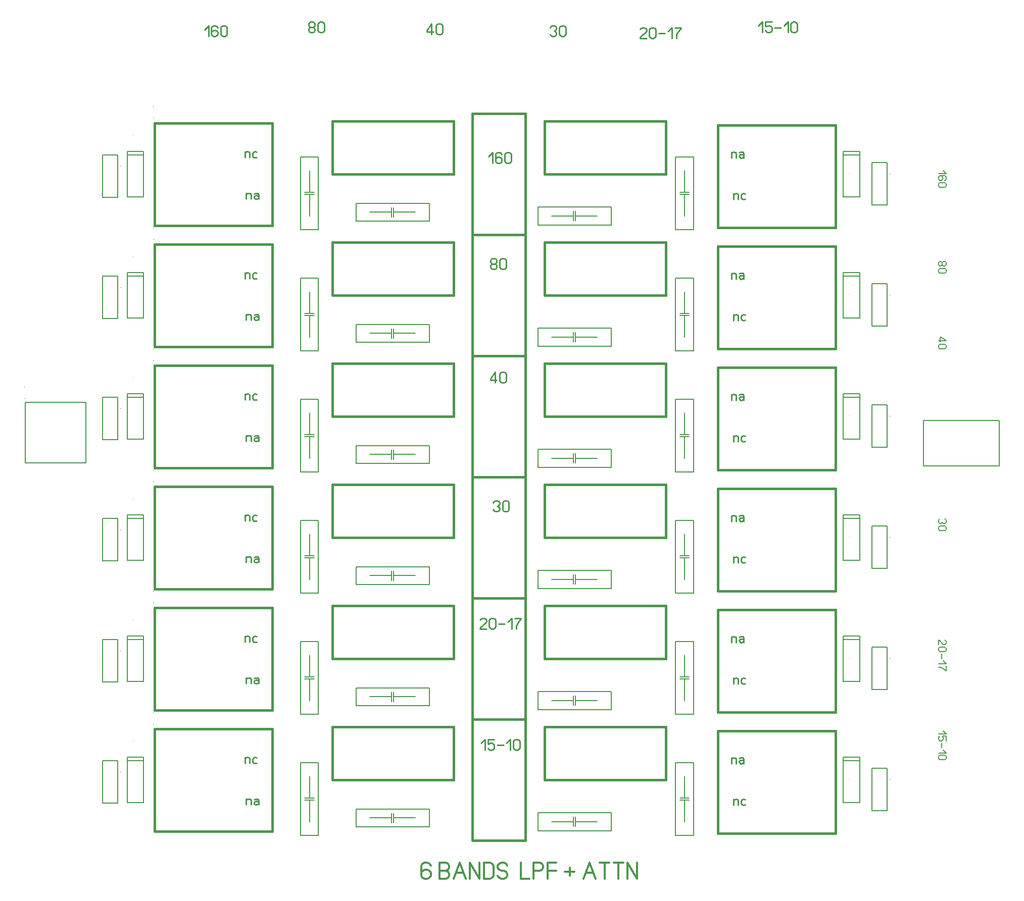
<source format=gbr>
%FSLAX34Y34*%
%MOMM*%
%LNSILK_TOP*%
G71*
G01*
%ADD10C,0.150*%
%ADD11C,0.400*%
%ADD12C,0.222*%
%ADD13C,0.144*%
%ADD14C,0.167*%
%ADD15C,0.111*%
%ADD16C,0.333*%
%ADD17C,0.200*%
%LPD*%
G54D10*
X-1013600Y73900D02*
X-1043800Y73900D01*
X-1043800Y-48500D01*
X-1013600Y-48500D01*
X-1013600Y73900D01*
G54D10*
X-1020700Y14100D02*
X-1036700Y14100D01*
G54D10*
X-1020700Y10900D02*
X-1036700Y10900D01*
G54D10*
X-1028700Y50600D02*
X-1028700Y14100D01*
G54D10*
X-1028700Y10900D02*
X-1028700Y-25600D01*
G54D11*
X-990600Y44450D02*
X-990600Y133350D01*
X-787400Y133350D01*
X-787400Y44450D01*
X-990600Y44450D01*
G54D10*
X-827800Y-34150D02*
X-827800Y-3950D01*
X-950200Y-3950D01*
X-950200Y-34150D01*
X-827800Y-34150D01*
G54D10*
X-887600Y-27050D02*
X-887600Y-11050D01*
G54D10*
X-890800Y-27050D02*
X-890800Y-11050D01*
G54D10*
X-851100Y-19050D02*
X-887600Y-19050D01*
G54D10*
X-890800Y-19050D02*
X-927300Y-19050D01*
G54D11*
X-755650Y146050D02*
X-666750Y146050D01*
X-666750Y-57150D01*
X-755650Y-57150D01*
X-755650Y146050D01*
G54D10*
X-523000Y-40500D02*
X-523000Y-10300D01*
X-645400Y-10300D01*
X-645400Y-40500D01*
X-523000Y-40500D01*
G54D10*
X-582800Y-33400D02*
X-582800Y-17400D01*
G54D10*
X-586000Y-33400D02*
X-586000Y-17400D01*
G54D10*
X-546300Y-25400D02*
X-582800Y-25400D01*
G54D10*
X-586000Y-25400D02*
X-622500Y-25400D01*
G54D11*
X-635000Y44450D02*
X-635000Y133350D01*
X-431800Y133350D01*
X-431800Y44450D01*
X-635000Y44450D01*
G54D10*
X-384950Y73900D02*
X-415150Y73900D01*
X-415150Y-48500D01*
X-384950Y-48500D01*
X-384950Y73900D01*
G54D10*
X-392050Y14100D02*
X-408050Y14100D01*
G54D10*
X-392050Y10900D02*
X-408050Y10900D01*
G54D10*
X-400050Y50600D02*
X-400050Y14100D01*
G54D10*
X-400050Y10900D02*
X-400050Y-25600D01*
G54D11*
X-1287928Y129869D02*
X-1091078Y129869D01*
X-1091078Y-41581D01*
X-1287928Y-41581D01*
X-1287928Y129869D01*
G54D12*
X-1136774Y72498D02*
X-1136774Y82498D01*
G54D12*
X-1136774Y80276D02*
X-1135440Y81832D01*
X-1132774Y82498D01*
X-1130107Y81832D01*
X-1128774Y80276D01*
X-1128773Y72498D01*
G54D12*
X-1117218Y81832D02*
X-1119884Y82498D01*
X-1122551Y81832D01*
X-1123884Y79609D01*
X-1123884Y75165D01*
X-1122551Y72943D01*
X-1119884Y72498D01*
X-1117218Y72943D01*
G54D12*
X-1134579Y3004D02*
X-1134579Y13004D01*
G54D12*
X-1134579Y10782D02*
X-1133246Y12337D01*
X-1130579Y13004D01*
X-1127912Y12337D01*
X-1126579Y10782D01*
X-1126579Y3004D01*
G54D12*
X-1121690Y11893D02*
X-1119023Y13004D01*
X-1115824Y13004D01*
X-1113690Y10782D01*
X-1113690Y3004D01*
G54D12*
X-1113690Y6337D02*
X-1115023Y8560D01*
X-1117690Y9004D01*
X-1120357Y8560D01*
X-1121690Y6337D01*
X-1121157Y4115D01*
X-1119024Y3004D01*
X-1117690Y3004D01*
X-1117157Y3004D01*
X-1115023Y4115D01*
X-1113690Y6337D01*
G54D13*
X-1289928Y157869D02*
X-1289928Y157869D01*
G54D13*
X-1289928Y138369D02*
X-1289928Y138369D01*
G54D11*
X-147312Y-44668D02*
X-344162Y-44668D01*
X-344162Y126782D01*
X-147312Y126782D01*
X-147312Y-44668D01*
G54D12*
X-317978Y2721D02*
X-317978Y12721D01*
G54D12*
X-317978Y10499D02*
X-316645Y12054D01*
X-313978Y12721D01*
X-311312Y12054D01*
X-309978Y10499D01*
X-309978Y2721D01*
G54D12*
X-298423Y12054D02*
X-301089Y12721D01*
X-303756Y12054D01*
X-305089Y9832D01*
X-305090Y5388D01*
X-303756Y3165D01*
X-301089Y2721D01*
X-298423Y3166D01*
G54D12*
X-321550Y72197D02*
X-321550Y82197D01*
G54D12*
X-321550Y79974D02*
X-320217Y81530D01*
X-317550Y82197D01*
X-314883Y81530D01*
X-313550Y79974D01*
X-313550Y72197D01*
G54D12*
X-308661Y81086D02*
X-305994Y82197D01*
X-302794Y82197D01*
X-300661Y79974D01*
X-300661Y72197D01*
G54D12*
X-300661Y75530D02*
X-301994Y77752D01*
X-304661Y78197D01*
X-307328Y77752D01*
X-308661Y75530D01*
X-308128Y73308D01*
X-305994Y72197D01*
X-304661Y72197D01*
X-304128Y72197D01*
X-301994Y73308D01*
X-300661Y75530D01*
G54D10*
X-1375425Y5747D02*
X-1350025Y5746D01*
X-1350025Y77347D01*
X-1375425Y77346D01*
X-1375425Y5747D01*
G54D14*
X-1344634Y58402D02*
X-1344634Y58402D01*
G54D10*
X-1306777Y6630D02*
X-1334177Y6630D01*
X-1334177Y82830D01*
X-1306777Y82830D01*
X-1306777Y6630D01*
G54D10*
X-1334177Y76530D02*
X-1306777Y76530D01*
G54D15*
X-1324232Y109747D02*
X-1324232Y109747D01*
G54D10*
X-86375Y-6953D02*
X-60975Y-6954D01*
X-60975Y64647D01*
X-86375Y64646D01*
X-86375Y-6953D01*
G54D14*
X-55584Y45702D02*
X-55584Y45702D01*
G54D10*
X-106627Y6630D02*
X-134027Y6630D01*
X-134027Y82830D01*
X-106627Y82830D01*
X-106627Y6630D01*
G54D10*
X-134027Y76530D02*
X-106627Y76530D01*
G54D15*
X-124082Y46247D02*
X-124082Y46247D01*
G54D10*
X-1013600Y-129300D02*
X-1043800Y-129300D01*
X-1043800Y-251700D01*
X-1013600Y-251700D01*
X-1013600Y-129300D01*
G54D10*
X-1020700Y-189100D02*
X-1036700Y-189100D01*
G54D10*
X-1020700Y-192300D02*
X-1036700Y-192300D01*
G54D10*
X-1028700Y-152600D02*
X-1028700Y-189100D01*
G54D10*
X-1028700Y-192300D02*
X-1028700Y-228800D01*
G54D11*
X-990600Y-158750D02*
X-990600Y-69850D01*
X-787400Y-69850D01*
X-787400Y-158750D01*
X-990600Y-158750D01*
G54D10*
X-827800Y-237350D02*
X-827800Y-207150D01*
X-950200Y-207150D01*
X-950200Y-237350D01*
X-827800Y-237350D01*
G54D10*
X-887600Y-230250D02*
X-887600Y-214250D01*
G54D10*
X-890800Y-230250D02*
X-890800Y-214250D01*
G54D10*
X-851100Y-222250D02*
X-887600Y-222250D01*
G54D10*
X-890800Y-222250D02*
X-927300Y-222250D01*
G54D11*
X-755650Y-57150D02*
X-666750Y-57150D01*
X-666750Y-260350D01*
X-755650Y-260350D01*
X-755650Y-57150D01*
G54D10*
X-523000Y-243700D02*
X-523000Y-213500D01*
X-645400Y-213500D01*
X-645400Y-243700D01*
X-523000Y-243700D01*
G54D10*
X-582800Y-236600D02*
X-582800Y-220600D01*
G54D10*
X-586000Y-236600D02*
X-586000Y-220600D01*
G54D10*
X-546300Y-228600D02*
X-582800Y-228600D01*
G54D10*
X-586000Y-228600D02*
X-622500Y-228600D01*
G54D11*
X-635000Y-158750D02*
X-635000Y-69850D01*
X-431800Y-69850D01*
X-431800Y-158750D01*
X-635000Y-158750D01*
G54D10*
X-384950Y-129300D02*
X-415150Y-129300D01*
X-415150Y-251700D01*
X-384950Y-251700D01*
X-384950Y-129300D01*
G54D10*
X-392050Y-189100D02*
X-408050Y-189100D01*
G54D10*
X-392050Y-192300D02*
X-408050Y-192300D01*
G54D10*
X-400050Y-152600D02*
X-400050Y-189100D01*
G54D10*
X-400050Y-192300D02*
X-400050Y-228800D01*
G54D11*
X-1287928Y-73331D02*
X-1091078Y-73331D01*
X-1091078Y-244781D01*
X-1287928Y-244781D01*
X-1287928Y-73331D01*
G54D12*
X-1136774Y-130702D02*
X-1136774Y-120702D01*
G54D12*
X-1136774Y-122924D02*
X-1135440Y-121368D01*
X-1132774Y-120702D01*
X-1130107Y-121368D01*
X-1128774Y-122924D01*
X-1128773Y-130702D01*
G54D12*
X-1117218Y-121368D02*
X-1119884Y-120702D01*
X-1122551Y-121368D01*
X-1123884Y-123591D01*
X-1123884Y-128035D01*
X-1122551Y-130257D01*
X-1119884Y-130702D01*
X-1117218Y-130257D01*
G54D12*
X-1134579Y-200196D02*
X-1134579Y-190196D01*
G54D12*
X-1134579Y-192418D02*
X-1133246Y-190863D01*
X-1130579Y-190196D01*
X-1127912Y-190863D01*
X-1126579Y-192418D01*
X-1126579Y-200196D01*
G54D12*
X-1121690Y-191307D02*
X-1119023Y-190196D01*
X-1115824Y-190196D01*
X-1113690Y-192418D01*
X-1113690Y-200196D01*
G54D12*
X-1113690Y-196863D02*
X-1115023Y-194640D01*
X-1117690Y-194196D01*
X-1120357Y-194640D01*
X-1121690Y-196863D01*
X-1121157Y-199085D01*
X-1119024Y-200196D01*
X-1117690Y-200196D01*
X-1117157Y-200196D01*
X-1115023Y-199085D01*
X-1113690Y-196863D01*
G54D13*
X-1289928Y-45331D02*
X-1289928Y-45331D01*
G54D13*
X-1289928Y-64831D02*
X-1289928Y-64831D01*
G54D11*
X-147312Y-247868D02*
X-344162Y-247868D01*
X-344162Y-76418D01*
X-147312Y-76418D01*
X-147312Y-247868D01*
G54D12*
X-317978Y-200479D02*
X-317978Y-190479D01*
G54D12*
X-317978Y-192701D02*
X-316645Y-191146D01*
X-313978Y-190479D01*
X-311312Y-191146D01*
X-309978Y-192701D01*
X-309978Y-200479D01*
G54D12*
X-298423Y-191146D02*
X-301089Y-190479D01*
X-303756Y-191146D01*
X-305089Y-193368D01*
X-305090Y-197812D01*
X-303756Y-200035D01*
X-301089Y-200479D01*
X-298423Y-200034D01*
G54D12*
X-321550Y-131003D02*
X-321550Y-121003D01*
G54D12*
X-321550Y-123226D02*
X-320217Y-121670D01*
X-317550Y-121003D01*
X-314883Y-121670D01*
X-313550Y-123226D01*
X-313550Y-131003D01*
G54D12*
X-308661Y-122114D02*
X-305994Y-121003D01*
X-302794Y-121003D01*
X-300661Y-123226D01*
X-300661Y-131003D01*
G54D12*
X-300661Y-127670D02*
X-301994Y-125448D01*
X-304661Y-125003D01*
X-307328Y-125448D01*
X-308661Y-127670D01*
X-308128Y-129892D01*
X-305994Y-131003D01*
X-304661Y-131003D01*
X-304128Y-131003D01*
X-301994Y-129892D01*
X-300661Y-127670D01*
G54D10*
X-1375425Y-197453D02*
X-1350025Y-197454D01*
X-1350025Y-125853D01*
X-1375425Y-125854D01*
X-1375425Y-197453D01*
G54D14*
X-1344634Y-144798D02*
X-1344634Y-144798D01*
G54D10*
X-1306777Y-196570D02*
X-1334177Y-196570D01*
X-1334177Y-120370D01*
X-1306777Y-120370D01*
X-1306777Y-196570D01*
G54D10*
X-1334177Y-126670D02*
X-1306777Y-126670D01*
G54D15*
X-1324232Y-93453D02*
X-1324232Y-93453D01*
G54D10*
X-86375Y-210153D02*
X-60975Y-210154D01*
X-60975Y-138553D01*
X-86375Y-138554D01*
X-86375Y-210153D01*
G54D14*
X-55584Y-157498D02*
X-55584Y-157498D01*
G54D10*
X-106627Y-196570D02*
X-134027Y-196570D01*
X-134027Y-120370D01*
X-106627Y-120370D01*
X-106627Y-196570D01*
G54D10*
X-134027Y-126670D02*
X-106627Y-126670D01*
G54D15*
X-124082Y-156953D02*
X-124082Y-156953D01*
G54D10*
X-1013600Y-332500D02*
X-1043800Y-332500D01*
X-1043800Y-454900D01*
X-1013600Y-454900D01*
X-1013600Y-332500D01*
G54D10*
X-1020700Y-392300D02*
X-1036700Y-392300D01*
G54D10*
X-1020700Y-395500D02*
X-1036700Y-395500D01*
G54D10*
X-1028700Y-355800D02*
X-1028700Y-392300D01*
G54D10*
X-1028700Y-395500D02*
X-1028700Y-432000D01*
G54D11*
X-990600Y-361950D02*
X-990600Y-273050D01*
X-787400Y-273050D01*
X-787400Y-361950D01*
X-990600Y-361950D01*
G54D10*
X-827800Y-440550D02*
X-827800Y-410350D01*
X-950200Y-410350D01*
X-950200Y-440550D01*
X-827800Y-440550D01*
G54D10*
X-887600Y-433450D02*
X-887600Y-417450D01*
G54D10*
X-890800Y-433450D02*
X-890800Y-417450D01*
G54D10*
X-851100Y-425450D02*
X-887600Y-425450D01*
G54D10*
X-890800Y-425450D02*
X-927300Y-425450D01*
G54D11*
X-755650Y-260350D02*
X-666750Y-260350D01*
X-666750Y-463550D01*
X-755650Y-463550D01*
X-755650Y-260350D01*
G54D10*
X-523000Y-446900D02*
X-523000Y-416700D01*
X-645400Y-416700D01*
X-645400Y-446900D01*
X-523000Y-446900D01*
G54D10*
X-582800Y-439800D02*
X-582800Y-423800D01*
G54D10*
X-586000Y-439800D02*
X-586000Y-423800D01*
G54D10*
X-546300Y-431800D02*
X-582800Y-431800D01*
G54D10*
X-586000Y-431800D02*
X-622500Y-431800D01*
G54D11*
X-635000Y-361950D02*
X-635000Y-273050D01*
X-431800Y-273050D01*
X-431800Y-361950D01*
X-635000Y-361950D01*
G54D10*
X-384950Y-332500D02*
X-415150Y-332500D01*
X-415150Y-454900D01*
X-384950Y-454900D01*
X-384950Y-332500D01*
G54D10*
X-392050Y-392300D02*
X-408050Y-392300D01*
G54D10*
X-392050Y-395500D02*
X-408050Y-395500D01*
G54D10*
X-400050Y-355800D02*
X-400050Y-392300D01*
G54D10*
X-400050Y-395500D02*
X-400050Y-432000D01*
G54D11*
X-1287928Y-276531D02*
X-1091078Y-276531D01*
X-1091078Y-447981D01*
X-1287928Y-447981D01*
X-1287928Y-276531D01*
G54D12*
X-1136774Y-333902D02*
X-1136774Y-323902D01*
G54D12*
X-1136774Y-326124D02*
X-1135440Y-324568D01*
X-1132774Y-323902D01*
X-1130107Y-324568D01*
X-1128774Y-326124D01*
X-1128773Y-333902D01*
G54D12*
X-1117218Y-324568D02*
X-1119884Y-323902D01*
X-1122551Y-324568D01*
X-1123884Y-326790D01*
X-1123884Y-331235D01*
X-1122551Y-333458D01*
X-1119884Y-333902D01*
X-1117218Y-333457D01*
G54D12*
X-1134579Y-403396D02*
X-1134579Y-393396D01*
G54D12*
X-1134579Y-395618D02*
X-1133246Y-394063D01*
X-1130579Y-393396D01*
X-1127912Y-394063D01*
X-1126579Y-395618D01*
X-1126579Y-403396D01*
G54D12*
X-1121690Y-394507D02*
X-1119023Y-393396D01*
X-1115824Y-393396D01*
X-1113690Y-395618D01*
X-1113690Y-403396D01*
G54D12*
X-1113690Y-400063D02*
X-1115023Y-397840D01*
X-1117690Y-397396D01*
X-1120357Y-397840D01*
X-1121690Y-400062D01*
X-1121157Y-402285D01*
X-1119024Y-403396D01*
X-1117690Y-403396D01*
X-1117157Y-403396D01*
X-1115023Y-402285D01*
X-1113690Y-400063D01*
G54D13*
X-1289928Y-248531D02*
X-1289928Y-248531D01*
G54D13*
X-1289928Y-268031D02*
X-1289928Y-268031D01*
G54D11*
X-147312Y-451068D02*
X-344162Y-451068D01*
X-344162Y-279618D01*
X-147312Y-279618D01*
X-147312Y-451068D01*
G54D12*
X-317978Y-403679D02*
X-317978Y-393679D01*
G54D12*
X-317978Y-395901D02*
X-316645Y-394346D01*
X-313978Y-393679D01*
X-311312Y-394346D01*
X-309978Y-395901D01*
X-309978Y-403679D01*
G54D12*
X-298423Y-394346D02*
X-301089Y-393679D01*
X-303756Y-394346D01*
X-305089Y-396568D01*
X-305090Y-401012D01*
X-303756Y-403235D01*
X-301089Y-403679D01*
X-298423Y-403234D01*
G54D12*
X-321550Y-334203D02*
X-321550Y-324203D01*
G54D12*
X-321550Y-326426D02*
X-320217Y-324870D01*
X-317550Y-324203D01*
X-314883Y-324870D01*
X-313550Y-326426D01*
X-313550Y-334203D01*
G54D12*
X-308661Y-325314D02*
X-305994Y-324204D01*
X-302794Y-324203D01*
X-300661Y-326426D01*
X-300661Y-334204D01*
G54D12*
X-300661Y-330870D02*
X-301994Y-328648D01*
X-304661Y-328203D01*
X-307328Y-328648D01*
X-308661Y-330870D01*
X-308128Y-333092D01*
X-305994Y-334203D01*
X-304661Y-334203D01*
X-304128Y-334203D01*
X-301994Y-333092D01*
X-300661Y-330870D01*
G54D10*
X-1375425Y-400654D02*
X-1350025Y-400654D01*
X-1350025Y-329054D01*
X-1375425Y-329054D01*
X-1375425Y-400654D01*
G54D14*
X-1344634Y-347998D02*
X-1344634Y-347998D01*
G54D10*
X-1306777Y-399770D02*
X-1334177Y-399770D01*
X-1334177Y-323570D01*
X-1306777Y-323570D01*
X-1306777Y-399770D01*
G54D10*
X-1334177Y-329870D02*
X-1306777Y-329870D01*
G54D15*
X-1324232Y-296653D02*
X-1324232Y-296653D01*
G54D10*
X-86375Y-413354D02*
X-60975Y-413354D01*
X-60975Y-341754D01*
X-86375Y-341754D01*
X-86375Y-413354D01*
G54D14*
X-55584Y-360698D02*
X-55584Y-360698D01*
G54D10*
X-106627Y-399770D02*
X-134027Y-399770D01*
X-134027Y-323570D01*
X-106627Y-323570D01*
X-106627Y-399770D01*
G54D10*
X-134027Y-329870D02*
X-106627Y-329870D01*
G54D15*
X-124082Y-360154D02*
X-124082Y-360154D01*
G54D10*
X-1013600Y-535700D02*
X-1043800Y-535700D01*
X-1043800Y-658100D01*
X-1013600Y-658100D01*
X-1013600Y-535700D01*
G54D10*
X-1020700Y-595500D02*
X-1036700Y-595500D01*
G54D10*
X-1020700Y-598700D02*
X-1036700Y-598700D01*
G54D10*
X-1028700Y-559000D02*
X-1028700Y-595500D01*
G54D10*
X-1028700Y-598700D02*
X-1028700Y-635200D01*
G54D11*
X-990600Y-565150D02*
X-990600Y-476250D01*
X-787400Y-476250D01*
X-787400Y-565150D01*
X-990600Y-565150D01*
G54D10*
X-827800Y-643750D02*
X-827800Y-613550D01*
X-950200Y-613550D01*
X-950200Y-643750D01*
X-827800Y-643750D01*
G54D10*
X-887600Y-636650D02*
X-887600Y-620650D01*
G54D10*
X-890800Y-636650D02*
X-890800Y-620650D01*
G54D10*
X-851100Y-628650D02*
X-887600Y-628650D01*
G54D10*
X-890800Y-628650D02*
X-927300Y-628650D01*
G54D11*
X-755650Y-463550D02*
X-666750Y-463550D01*
X-666750Y-666750D01*
X-755650Y-666750D01*
X-755650Y-463550D01*
G54D10*
X-523000Y-650100D02*
X-523000Y-619900D01*
X-645400Y-619900D01*
X-645400Y-650100D01*
X-523000Y-650100D01*
G54D10*
X-582800Y-643000D02*
X-582800Y-627000D01*
G54D10*
X-586000Y-643000D02*
X-586000Y-627000D01*
G54D10*
X-546300Y-635000D02*
X-582800Y-635000D01*
G54D10*
X-586000Y-635000D02*
X-622500Y-635000D01*
G54D11*
X-635000Y-565150D02*
X-635000Y-476250D01*
X-431800Y-476250D01*
X-431800Y-565150D01*
X-635000Y-565150D01*
G54D10*
X-384950Y-535700D02*
X-415150Y-535700D01*
X-415150Y-658100D01*
X-384950Y-658100D01*
X-384950Y-535700D01*
G54D10*
X-392050Y-595500D02*
X-408050Y-595500D01*
G54D10*
X-392050Y-598700D02*
X-408050Y-598700D01*
G54D10*
X-400050Y-559000D02*
X-400050Y-595500D01*
G54D10*
X-400050Y-598700D02*
X-400050Y-635200D01*
G54D11*
X-1287928Y-479731D02*
X-1091078Y-479731D01*
X-1091078Y-651181D01*
X-1287928Y-651181D01*
X-1287928Y-479731D01*
G54D12*
X-1136774Y-537102D02*
X-1136774Y-527102D01*
G54D12*
X-1136774Y-529324D02*
X-1135440Y-527768D01*
X-1132774Y-527102D01*
X-1130107Y-527768D01*
X-1128774Y-529324D01*
X-1128773Y-537102D01*
G54D12*
X-1117218Y-527768D02*
X-1119884Y-527102D01*
X-1122551Y-527768D01*
X-1123884Y-529990D01*
X-1123884Y-534435D01*
X-1122551Y-536658D01*
X-1119884Y-537102D01*
X-1117218Y-536657D01*
G54D12*
X-1134579Y-606596D02*
X-1134579Y-596596D01*
G54D12*
X-1134579Y-598818D02*
X-1133246Y-597263D01*
X-1130579Y-596596D01*
X-1127912Y-597263D01*
X-1126579Y-598818D01*
X-1126579Y-606596D01*
G54D12*
X-1121690Y-597707D02*
X-1119023Y-596596D01*
X-1115824Y-596596D01*
X-1113690Y-598818D01*
X-1113690Y-606596D01*
G54D12*
X-1113690Y-603263D02*
X-1115023Y-601040D01*
X-1117690Y-600596D01*
X-1120357Y-601040D01*
X-1121690Y-603262D01*
X-1121157Y-605485D01*
X-1119024Y-606596D01*
X-1117690Y-606596D01*
X-1117157Y-606596D01*
X-1115023Y-605485D01*
X-1113690Y-603263D01*
G54D13*
X-1289928Y-451731D02*
X-1289928Y-451731D01*
G54D13*
X-1289928Y-471231D02*
X-1289928Y-471231D01*
G54D11*
X-147312Y-654268D02*
X-344162Y-654268D01*
X-344162Y-482818D01*
X-147312Y-482818D01*
X-147312Y-654268D01*
G54D12*
X-317978Y-606879D02*
X-317978Y-596879D01*
G54D12*
X-317978Y-599101D02*
X-316645Y-597546D01*
X-313978Y-596879D01*
X-311312Y-597546D01*
X-309978Y-599101D01*
X-309978Y-606879D01*
G54D12*
X-298423Y-597546D02*
X-301089Y-596879D01*
X-303756Y-597546D01*
X-305089Y-599768D01*
X-305090Y-604212D01*
X-303756Y-606435D01*
X-301089Y-606879D01*
X-298423Y-606434D01*
G54D12*
X-321550Y-537403D02*
X-321550Y-527403D01*
G54D12*
X-321550Y-529626D02*
X-320217Y-528070D01*
X-317550Y-527403D01*
X-314883Y-528070D01*
X-313550Y-529626D01*
X-313550Y-537403D01*
G54D12*
X-308661Y-528514D02*
X-305994Y-527404D01*
X-302794Y-527403D01*
X-300661Y-529626D01*
X-300661Y-537404D01*
G54D12*
X-300661Y-534070D02*
X-301994Y-531848D01*
X-304661Y-531403D01*
X-307328Y-531848D01*
X-308661Y-534070D01*
X-308128Y-536292D01*
X-305994Y-537403D01*
X-304661Y-537403D01*
X-304128Y-537403D01*
X-301994Y-536292D01*
X-300661Y-534070D01*
G54D10*
X-1375425Y-603854D02*
X-1350025Y-603854D01*
X-1350025Y-532254D01*
X-1375425Y-532254D01*
X-1375425Y-603854D01*
G54D14*
X-1344634Y-551198D02*
X-1344634Y-551198D01*
G54D10*
X-1306777Y-602970D02*
X-1334177Y-602970D01*
X-1334177Y-526770D01*
X-1306777Y-526770D01*
X-1306777Y-602970D01*
G54D10*
X-1334177Y-533070D02*
X-1306777Y-533070D01*
G54D15*
X-1324232Y-499854D02*
X-1324232Y-499854D01*
G54D10*
X-86375Y-616554D02*
X-60975Y-616554D01*
X-60975Y-544954D01*
X-86375Y-544954D01*
X-86375Y-616554D01*
G54D14*
X-55584Y-563898D02*
X-55584Y-563898D01*
G54D10*
X-106627Y-602970D02*
X-134027Y-602970D01*
X-134027Y-526770D01*
X-106627Y-526770D01*
X-106627Y-602970D01*
G54D10*
X-134027Y-533070D02*
X-106627Y-533070D01*
G54D15*
X-124082Y-563354D02*
X-124082Y-563354D01*
G54D10*
X-1013600Y-738900D02*
X-1043800Y-738900D01*
X-1043800Y-861300D01*
X-1013600Y-861300D01*
X-1013600Y-738900D01*
G54D10*
X-1020700Y-798700D02*
X-1036700Y-798700D01*
G54D10*
X-1020700Y-801900D02*
X-1036700Y-801900D01*
G54D10*
X-1028700Y-762200D02*
X-1028700Y-798700D01*
G54D10*
X-1028700Y-801900D02*
X-1028700Y-838400D01*
G54D11*
X-990600Y-768350D02*
X-990600Y-679450D01*
X-787400Y-679450D01*
X-787400Y-768350D01*
X-990600Y-768350D01*
G54D10*
X-827800Y-846950D02*
X-827800Y-816750D01*
X-950200Y-816750D01*
X-950200Y-846950D01*
X-827800Y-846950D01*
G54D10*
X-887600Y-839850D02*
X-887600Y-823850D01*
G54D10*
X-890800Y-839850D02*
X-890800Y-823850D01*
G54D10*
X-851100Y-831850D02*
X-887600Y-831850D01*
G54D10*
X-890800Y-831850D02*
X-927300Y-831850D01*
G54D11*
X-755650Y-666750D02*
X-666750Y-666750D01*
X-666750Y-869950D01*
X-755650Y-869950D01*
X-755650Y-666750D01*
G54D10*
X-523000Y-853300D02*
X-523000Y-823100D01*
X-645400Y-823100D01*
X-645400Y-853300D01*
X-523000Y-853300D01*
G54D10*
X-582800Y-846200D02*
X-582800Y-830200D01*
G54D10*
X-586000Y-846200D02*
X-586000Y-830200D01*
G54D10*
X-546300Y-838200D02*
X-582800Y-838200D01*
G54D10*
X-586000Y-838200D02*
X-622500Y-838200D01*
G54D11*
X-635000Y-768350D02*
X-635000Y-679450D01*
X-431800Y-679450D01*
X-431800Y-768350D01*
X-635000Y-768350D01*
G54D10*
X-384950Y-738900D02*
X-415150Y-738900D01*
X-415150Y-861300D01*
X-384950Y-861300D01*
X-384950Y-738900D01*
G54D10*
X-392050Y-798700D02*
X-408050Y-798700D01*
G54D10*
X-392050Y-801900D02*
X-408050Y-801900D01*
G54D10*
X-400050Y-762200D02*
X-400050Y-798700D01*
G54D10*
X-400050Y-801900D02*
X-400050Y-838400D01*
G54D11*
X-1287928Y-682931D02*
X-1091078Y-682931D01*
X-1091078Y-854381D01*
X-1287928Y-854381D01*
X-1287928Y-682931D01*
G54D12*
X-1136774Y-740302D02*
X-1136774Y-730302D01*
G54D12*
X-1136774Y-732524D02*
X-1135440Y-730968D01*
X-1132774Y-730302D01*
X-1130107Y-730968D01*
X-1128774Y-732524D01*
X-1128773Y-740302D01*
G54D12*
X-1117218Y-730968D02*
X-1119884Y-730302D01*
X-1122551Y-730968D01*
X-1123884Y-733190D01*
X-1123884Y-737635D01*
X-1122551Y-739858D01*
X-1119884Y-740302D01*
X-1117218Y-739857D01*
G54D12*
X-1134579Y-809796D02*
X-1134579Y-799796D01*
G54D12*
X-1134579Y-802018D02*
X-1133246Y-800463D01*
X-1130579Y-799796D01*
X-1127912Y-800463D01*
X-1126579Y-802018D01*
X-1126579Y-809796D01*
G54D12*
X-1121690Y-800907D02*
X-1119023Y-799796D01*
X-1115824Y-799796D01*
X-1113690Y-802018D01*
X-1113690Y-809796D01*
G54D12*
X-1113690Y-806463D02*
X-1115023Y-804240D01*
X-1117690Y-803796D01*
X-1120357Y-804240D01*
X-1121690Y-806462D01*
X-1121157Y-808685D01*
X-1119024Y-809796D01*
X-1117690Y-809796D01*
X-1117157Y-809796D01*
X-1115023Y-808685D01*
X-1113690Y-806463D01*
G54D13*
X-1289928Y-654931D02*
X-1289928Y-654931D01*
G54D13*
X-1289928Y-674431D02*
X-1289928Y-674431D01*
G54D11*
X-147312Y-857468D02*
X-344162Y-857468D01*
X-344162Y-686018D01*
X-147312Y-686018D01*
X-147312Y-857468D01*
G54D12*
X-317978Y-810079D02*
X-317978Y-800079D01*
G54D12*
X-317978Y-802301D02*
X-316645Y-800746D01*
X-313978Y-800079D01*
X-311312Y-800746D01*
X-309978Y-802301D01*
X-309978Y-810079D01*
G54D12*
X-298423Y-800746D02*
X-301089Y-800079D01*
X-303756Y-800746D01*
X-305089Y-802968D01*
X-305090Y-807412D01*
X-303756Y-809635D01*
X-301089Y-810079D01*
X-298423Y-809634D01*
G54D12*
X-321550Y-740603D02*
X-321550Y-730603D01*
G54D12*
X-321550Y-732826D02*
X-320217Y-731270D01*
X-317550Y-730603D01*
X-314883Y-731270D01*
X-313550Y-732826D01*
X-313550Y-740603D01*
G54D12*
X-308661Y-731714D02*
X-305994Y-730604D01*
X-302794Y-730603D01*
X-300661Y-732826D01*
X-300661Y-740604D01*
G54D12*
X-300661Y-737270D02*
X-301994Y-735048D01*
X-304661Y-734603D01*
X-307328Y-735048D01*
X-308661Y-737270D01*
X-308128Y-739492D01*
X-305994Y-740603D01*
X-304661Y-740603D01*
X-304128Y-740603D01*
X-301994Y-739492D01*
X-300661Y-737270D01*
G54D10*
X-1375425Y-807054D02*
X-1350025Y-807054D01*
X-1350025Y-735454D01*
X-1375425Y-735454D01*
X-1375425Y-807054D01*
G54D14*
X-1344634Y-754398D02*
X-1344634Y-754398D01*
G54D10*
X-1306777Y-806170D02*
X-1334177Y-806170D01*
X-1334177Y-729970D01*
X-1306777Y-729970D01*
X-1306777Y-806170D01*
G54D10*
X-1334177Y-736270D02*
X-1306777Y-736270D01*
G54D15*
X-1324232Y-703054D02*
X-1324232Y-703054D01*
G54D10*
X-86375Y-819754D02*
X-60975Y-819754D01*
X-60975Y-748154D01*
X-86375Y-748154D01*
X-86375Y-819754D01*
G54D14*
X-55584Y-767098D02*
X-55584Y-767098D01*
G54D10*
X-106627Y-806170D02*
X-134027Y-806170D01*
X-134027Y-729970D01*
X-106627Y-729970D01*
X-106627Y-806170D01*
G54D10*
X-134027Y-736270D02*
X-106627Y-736270D01*
G54D15*
X-124082Y-766554D02*
X-124082Y-766554D01*
G54D10*
X-1013600Y-942100D02*
X-1043800Y-942100D01*
X-1043800Y-1064500D01*
X-1013600Y-1064500D01*
X-1013600Y-942100D01*
G54D10*
X-1020700Y-1001900D02*
X-1036700Y-1001900D01*
G54D10*
X-1020700Y-1005100D02*
X-1036700Y-1005100D01*
G54D10*
X-1028700Y-965400D02*
X-1028700Y-1001900D01*
G54D10*
X-1028700Y-1005100D02*
X-1028700Y-1041600D01*
G54D11*
X-990600Y-971550D02*
X-990600Y-882650D01*
X-787400Y-882650D01*
X-787400Y-971550D01*
X-990600Y-971550D01*
G54D10*
X-827800Y-1050150D02*
X-827800Y-1019950D01*
X-950200Y-1019950D01*
X-950200Y-1050150D01*
X-827800Y-1050150D01*
G54D10*
X-887600Y-1043050D02*
X-887600Y-1027050D01*
G54D10*
X-890800Y-1043050D02*
X-890800Y-1027050D01*
G54D10*
X-851100Y-1035050D02*
X-887600Y-1035050D01*
G54D10*
X-890800Y-1035050D02*
X-927300Y-1035050D01*
G54D11*
X-755650Y-869950D02*
X-666750Y-869950D01*
X-666750Y-1073150D01*
X-755650Y-1073150D01*
X-755650Y-869950D01*
G54D10*
X-523000Y-1056500D02*
X-523000Y-1026300D01*
X-645400Y-1026300D01*
X-645400Y-1056500D01*
X-523000Y-1056500D01*
G54D10*
X-582800Y-1049400D02*
X-582800Y-1033400D01*
G54D10*
X-586000Y-1049400D02*
X-586000Y-1033400D01*
G54D10*
X-546300Y-1041400D02*
X-582800Y-1041400D01*
G54D10*
X-586000Y-1041400D02*
X-622500Y-1041400D01*
G54D11*
X-635000Y-971550D02*
X-635000Y-882650D01*
X-431800Y-882650D01*
X-431800Y-971550D01*
X-635000Y-971550D01*
G54D10*
X-384950Y-942100D02*
X-415150Y-942100D01*
X-415150Y-1064500D01*
X-384950Y-1064500D01*
X-384950Y-942100D01*
G54D10*
X-392050Y-1001900D02*
X-408050Y-1001900D01*
G54D10*
X-392050Y-1005100D02*
X-408050Y-1005100D01*
G54D10*
X-400050Y-965400D02*
X-400050Y-1001900D01*
G54D10*
X-400050Y-1005100D02*
X-400050Y-1041600D01*
G54D11*
X-1287928Y-886131D02*
X-1091078Y-886131D01*
X-1091078Y-1057581D01*
X-1287928Y-1057581D01*
X-1287928Y-886131D01*
G54D12*
X-1136774Y-943502D02*
X-1136774Y-933502D01*
G54D12*
X-1136774Y-935724D02*
X-1135440Y-934168D01*
X-1132774Y-933502D01*
X-1130107Y-934168D01*
X-1128774Y-935724D01*
X-1128773Y-943502D01*
G54D12*
X-1117218Y-934168D02*
X-1119884Y-933502D01*
X-1122551Y-934168D01*
X-1123884Y-936390D01*
X-1123884Y-940835D01*
X-1122551Y-943058D01*
X-1119884Y-943502D01*
X-1117218Y-943057D01*
G54D12*
X-1134579Y-1012996D02*
X-1134579Y-1002996D01*
G54D12*
X-1134579Y-1005218D02*
X-1133246Y-1003663D01*
X-1130579Y-1002996D01*
X-1127912Y-1003663D01*
X-1126579Y-1005218D01*
X-1126579Y-1012996D01*
G54D12*
X-1121690Y-1004107D02*
X-1119023Y-1002996D01*
X-1115824Y-1002996D01*
X-1113690Y-1005218D01*
X-1113690Y-1012996D01*
G54D12*
X-1113690Y-1009663D02*
X-1115023Y-1007440D01*
X-1117690Y-1006996D01*
X-1120357Y-1007440D01*
X-1121690Y-1009662D01*
X-1121157Y-1011885D01*
X-1119024Y-1012996D01*
X-1117690Y-1012996D01*
X-1117157Y-1012996D01*
X-1115023Y-1011885D01*
X-1113690Y-1009663D01*
G54D13*
X-1289928Y-858131D02*
X-1289928Y-858131D01*
G54D13*
X-1289928Y-877631D02*
X-1289928Y-877631D01*
G54D11*
X-147312Y-1060668D02*
X-344162Y-1060668D01*
X-344162Y-889218D01*
X-147312Y-889218D01*
X-147312Y-1060668D01*
G54D12*
X-317978Y-1013279D02*
X-317978Y-1003279D01*
G54D12*
X-317978Y-1005501D02*
X-316645Y-1003946D01*
X-313978Y-1003279D01*
X-311312Y-1003946D01*
X-309978Y-1005501D01*
X-309978Y-1013279D01*
G54D12*
X-298423Y-1003946D02*
X-301089Y-1003279D01*
X-303756Y-1003946D01*
X-305089Y-1006168D01*
X-305090Y-1010612D01*
X-303756Y-1012835D01*
X-301089Y-1013279D01*
X-298423Y-1012834D01*
G54D12*
X-321550Y-943803D02*
X-321550Y-933803D01*
G54D12*
X-321550Y-936026D02*
X-320217Y-934470D01*
X-317550Y-933803D01*
X-314883Y-934470D01*
X-313550Y-936026D01*
X-313550Y-943803D01*
G54D12*
X-308661Y-934914D02*
X-305994Y-933804D01*
X-302794Y-933803D01*
X-300661Y-936026D01*
X-300661Y-943804D01*
G54D12*
X-300661Y-940470D02*
X-301994Y-938248D01*
X-304661Y-937803D01*
X-307328Y-938248D01*
X-308661Y-940470D01*
X-308128Y-942692D01*
X-305994Y-943803D01*
X-304661Y-943803D01*
X-304128Y-943803D01*
X-301994Y-942692D01*
X-300661Y-940470D01*
G54D10*
X-1375425Y-1010254D02*
X-1350025Y-1010254D01*
X-1350025Y-938654D01*
X-1375425Y-938654D01*
X-1375425Y-1010254D01*
G54D14*
X-1344634Y-957598D02*
X-1344634Y-957598D01*
G54D10*
X-1306777Y-1009370D02*
X-1334177Y-1009370D01*
X-1334177Y-933170D01*
X-1306777Y-933170D01*
X-1306777Y-1009370D01*
G54D10*
X-1334177Y-939470D02*
X-1306777Y-939470D01*
G54D15*
X-1324232Y-906254D02*
X-1324232Y-906254D01*
G54D10*
X-86375Y-1022954D02*
X-60975Y-1022954D01*
X-60975Y-951354D01*
X-86375Y-951354D01*
X-86375Y-1022954D01*
G54D14*
X-55584Y-970298D02*
X-55584Y-970298D01*
G54D10*
X-106627Y-1009370D02*
X-134027Y-1009370D01*
X-134027Y-933170D01*
X-106627Y-933170D01*
X-106627Y-1009370D01*
G54D10*
X-134027Y-939470D02*
X-106627Y-939470D01*
G54D15*
X-124082Y-969754D02*
X-124082Y-969754D01*
G54D10*
X-1504975Y-338162D02*
X-1403375Y-338162D01*
X-1403375Y-439762D01*
X-1504975Y-439762D01*
X-1504975Y-338162D01*
G54D13*
X-1505725Y-311412D02*
X-1505725Y-311412D01*
G54D13*
X-1505725Y-330912D02*
X-1505725Y-330912D01*
G54D12*
X-728662Y74486D02*
X-721996Y81153D01*
X-721996Y63375D01*
G54D12*
X-706440Y77820D02*
X-707773Y80042D01*
X-710440Y81153D01*
X-713106Y81153D01*
X-715773Y80042D01*
X-717106Y77820D01*
X-717106Y72264D01*
X-717106Y71153D01*
X-713106Y73375D01*
X-710440Y73375D01*
X-707773Y72264D01*
X-706440Y70042D01*
X-706440Y66708D01*
X-707773Y64486D01*
X-710440Y63375D01*
X-713106Y63375D01*
X-715773Y64486D01*
X-717106Y66708D01*
X-717106Y72264D01*
G54D12*
X-690884Y77820D02*
X-690884Y66708D01*
X-692217Y64486D01*
X-694884Y63375D01*
X-697550Y63375D01*
X-700217Y64486D01*
X-701550Y66708D01*
X-701550Y77820D01*
X-700217Y80042D01*
X-697550Y81153D01*
X-694884Y81153D01*
X-692217Y80042D01*
X-690884Y77820D01*
G54D12*
X-718821Y-105536D02*
X-721488Y-105536D01*
X-724154Y-104425D01*
X-725488Y-102203D01*
X-725488Y-99980D01*
X-724154Y-97758D01*
X-721488Y-96647D01*
X-718821Y-96647D01*
X-716154Y-97758D01*
X-714821Y-99980D01*
X-714821Y-102203D01*
X-716154Y-104425D01*
X-718821Y-105536D01*
X-716154Y-106647D01*
X-714821Y-108870D01*
X-714821Y-111092D01*
X-716154Y-113314D01*
X-718821Y-114425D01*
X-721488Y-114425D01*
X-724154Y-113314D01*
X-725488Y-111092D01*
X-725488Y-108870D01*
X-724154Y-106647D01*
X-721488Y-105536D01*
G54D12*
X-699265Y-99980D02*
X-699265Y-111092D01*
X-700598Y-113314D01*
X-703265Y-114425D01*
X-705932Y-114425D01*
X-708598Y-113314D01*
X-709932Y-111092D01*
X-709932Y-99980D01*
X-708598Y-97758D01*
X-705932Y-96647D01*
X-703265Y-96647D01*
X-700598Y-97758D01*
X-699265Y-99980D01*
G54D12*
X-717488Y-304925D02*
X-717488Y-287147D01*
X-725488Y-298258D01*
X-725488Y-300480D01*
X-714821Y-300480D01*
G54D12*
X-699265Y-290480D02*
X-699265Y-301592D01*
X-700598Y-303814D01*
X-703265Y-304925D01*
X-705932Y-304925D01*
X-708598Y-303814D01*
X-709932Y-301592D01*
X-709932Y-290480D01*
X-708598Y-288258D01*
X-705932Y-287147D01*
X-703265Y-287147D01*
X-700598Y-288258D01*
X-699265Y-290480D01*
G54D12*
X-720725Y-506380D02*
X-719392Y-504158D01*
X-716725Y-503047D01*
X-714058Y-503047D01*
X-711392Y-504158D01*
X-710058Y-506380D01*
X-710058Y-508603D01*
X-711392Y-510825D01*
X-714058Y-511936D01*
X-711392Y-513047D01*
X-710058Y-515270D01*
X-710058Y-517492D01*
X-711392Y-519714D01*
X-714058Y-520825D01*
X-716725Y-520825D01*
X-719392Y-519714D01*
X-720725Y-517492D01*
G54D12*
X-694502Y-506380D02*
X-694502Y-517492D01*
X-695836Y-519714D01*
X-698502Y-520825D01*
X-701169Y-520825D01*
X-703836Y-519714D01*
X-705169Y-517492D01*
X-705169Y-506380D01*
X-703836Y-504158D01*
X-701169Y-503047D01*
X-698502Y-503047D01*
X-695836Y-504158D01*
X-694502Y-506380D01*
G54D12*
X-732283Y-717675D02*
X-742950Y-717675D01*
X-742950Y-716564D01*
X-741617Y-714342D01*
X-733617Y-707675D01*
X-732283Y-705453D01*
X-732283Y-703230D01*
X-733617Y-701008D01*
X-736283Y-699897D01*
X-738950Y-699897D01*
X-741617Y-701008D01*
X-742950Y-703230D01*
G54D12*
X-716727Y-703230D02*
X-716727Y-714342D01*
X-718061Y-716564D01*
X-720727Y-717675D01*
X-723394Y-717675D01*
X-726061Y-716564D01*
X-727394Y-714342D01*
X-727394Y-703230D01*
X-726061Y-701008D01*
X-723394Y-699897D01*
X-720727Y-699897D01*
X-718061Y-701008D01*
X-716727Y-703230D01*
G54D12*
X-711838Y-709897D02*
X-701171Y-709897D01*
G54D12*
X-696282Y-706564D02*
X-689615Y-699897D01*
X-689615Y-717675D01*
G54D12*
X-684726Y-699897D02*
X-674059Y-699897D01*
X-675393Y-702120D01*
X-678059Y-705453D01*
X-680726Y-709897D01*
X-682059Y-713230D01*
X-682059Y-717675D01*
G54D12*
X-741362Y-909764D02*
X-734696Y-903097D01*
X-734696Y-920875D01*
G54D12*
X-719140Y-903097D02*
X-729806Y-903097D01*
X-729806Y-910875D01*
X-728473Y-910875D01*
X-725806Y-909764D01*
X-723140Y-909764D01*
X-720473Y-910875D01*
X-719140Y-913097D01*
X-719140Y-917542D01*
X-720473Y-919764D01*
X-723140Y-920875D01*
X-725806Y-920875D01*
X-728473Y-919764D01*
X-729806Y-917542D01*
G54D12*
X-714250Y-913097D02*
X-703584Y-913097D01*
G54D12*
X-698694Y-909764D02*
X-692028Y-903097D01*
X-692028Y-920875D01*
G54D12*
X-676472Y-906430D02*
X-676472Y-917542D01*
X-677805Y-919764D01*
X-680472Y-920875D01*
X-683138Y-920875D01*
X-685805Y-919764D01*
X-687138Y-917542D01*
X-687138Y-906430D01*
X-685805Y-904208D01*
X-683138Y-903097D01*
X-680472Y-903097D01*
X-677805Y-904208D01*
X-676472Y-906430D01*
G54D12*
X-1204595Y287211D02*
X-1197928Y293878D01*
X-1197928Y276100D01*
G54D12*
X-1182372Y290544D02*
X-1183706Y292767D01*
X-1186372Y293878D01*
X-1189039Y293878D01*
X-1191706Y292767D01*
X-1193039Y290544D01*
X-1193039Y284989D01*
X-1193039Y283878D01*
X-1189039Y286100D01*
X-1186372Y286100D01*
X-1183706Y284989D01*
X-1182372Y282767D01*
X-1182372Y279433D01*
X-1183706Y277211D01*
X-1186372Y276100D01*
X-1189039Y276100D01*
X-1191706Y277211D01*
X-1193039Y279433D01*
X-1193039Y284989D01*
G54D12*
X-1166816Y290544D02*
X-1166816Y279433D01*
X-1168150Y277211D01*
X-1170816Y276100D01*
X-1173483Y276100D01*
X-1176150Y277211D01*
X-1177483Y279433D01*
X-1177483Y290544D01*
X-1176150Y292767D01*
X-1173483Y293878D01*
X-1170816Y293878D01*
X-1168150Y292767D01*
X-1166816Y290544D01*
G54D12*
X-1023621Y291339D02*
X-1026288Y291339D01*
X-1028954Y292450D01*
X-1030288Y294672D01*
X-1030288Y296894D01*
X-1028954Y299117D01*
X-1026288Y300228D01*
X-1023621Y300228D01*
X-1020954Y299117D01*
X-1019621Y296894D01*
X-1019621Y294672D01*
X-1020954Y292450D01*
X-1023621Y291339D01*
X-1020954Y290228D01*
X-1019621Y288006D01*
X-1019621Y285783D01*
X-1020954Y283561D01*
X-1023621Y282450D01*
X-1026288Y282450D01*
X-1028954Y283561D01*
X-1030288Y285783D01*
X-1030288Y288006D01*
X-1028954Y290228D01*
X-1026288Y291339D01*
G54D12*
X-1004065Y296894D02*
X-1004065Y285783D01*
X-1005398Y283561D01*
X-1008065Y282450D01*
X-1010732Y282450D01*
X-1013398Y283561D01*
X-1014732Y285783D01*
X-1014732Y296894D01*
X-1013398Y299117D01*
X-1010732Y300228D01*
X-1008065Y300228D01*
X-1005398Y299117D01*
X-1004065Y296894D01*
G54D12*
X-823850Y279275D02*
X-823850Y297053D01*
X-831850Y285942D01*
X-831850Y283720D01*
X-821183Y283720D01*
G54D12*
X-805627Y293720D02*
X-805627Y282608D01*
X-806961Y280386D01*
X-809627Y279275D01*
X-812294Y279275D01*
X-814961Y280386D01*
X-816294Y282608D01*
X-816294Y293720D01*
X-814961Y295942D01*
X-812294Y297053D01*
X-809627Y297053D01*
X-806961Y295942D01*
X-805627Y293720D01*
G54D12*
X-625475Y290544D02*
X-624142Y292767D01*
X-621475Y293878D01*
X-618808Y293878D01*
X-616142Y292767D01*
X-614808Y290544D01*
X-614808Y288322D01*
X-616142Y286100D01*
X-618808Y284989D01*
X-616142Y283878D01*
X-614808Y281656D01*
X-614808Y279433D01*
X-616142Y277211D01*
X-618808Y276100D01*
X-621475Y276100D01*
X-624142Y277211D01*
X-625475Y279433D01*
G54D12*
X-599252Y290544D02*
X-599252Y279433D01*
X-600586Y277211D01*
X-603252Y276100D01*
X-605919Y276100D01*
X-608586Y277211D01*
X-609919Y279433D01*
X-609919Y290544D01*
X-608586Y292767D01*
X-605919Y293878D01*
X-603252Y293878D01*
X-600586Y292767D01*
X-599252Y290544D01*
G54D12*
X-463996Y272925D02*
X-474662Y272925D01*
X-474662Y274036D01*
X-473329Y276258D01*
X-465329Y282925D01*
X-463996Y285147D01*
X-463996Y287370D01*
X-465329Y289592D01*
X-467996Y290703D01*
X-470662Y290703D01*
X-473329Y289592D01*
X-474662Y287370D01*
G54D12*
X-448440Y287370D02*
X-448440Y276258D01*
X-449773Y274036D01*
X-452440Y272925D01*
X-455106Y272925D01*
X-457773Y274036D01*
X-459106Y276258D01*
X-459106Y287370D01*
X-457773Y289592D01*
X-455106Y290703D01*
X-452440Y290703D01*
X-449773Y289592D01*
X-448440Y287370D01*
G54D12*
X-443550Y280703D02*
X-432884Y280703D01*
G54D12*
X-427994Y284036D02*
X-421328Y290703D01*
X-421328Y272925D01*
G54D12*
X-416438Y290703D02*
X-405772Y290703D01*
X-407105Y288480D01*
X-409772Y285147D01*
X-412438Y280703D01*
X-413772Y277370D01*
X-413772Y272925D01*
G54D12*
X-276225Y293561D02*
X-269558Y300228D01*
X-269558Y282450D01*
G54D12*
X-254002Y300228D02*
X-264669Y300228D01*
X-264669Y292450D01*
X-263336Y292450D01*
X-260669Y293561D01*
X-258002Y293561D01*
X-255336Y292450D01*
X-254002Y290228D01*
X-254002Y285783D01*
X-255336Y283561D01*
X-258002Y282450D01*
X-260669Y282450D01*
X-263336Y283561D01*
X-264669Y285783D01*
G54D12*
X-249113Y290228D02*
X-238446Y290228D01*
G54D12*
X-233557Y293561D02*
X-226890Y300228D01*
X-226890Y282450D01*
G54D12*
X-211334Y296894D02*
X-211334Y285783D01*
X-212668Y283561D01*
X-215334Y282450D01*
X-218001Y282450D01*
X-220668Y283561D01*
X-222001Y285783D01*
X-222001Y296894D01*
X-220668Y299117D01*
X-218001Y300228D01*
X-215334Y300228D01*
X-212668Y299117D01*
X-211334Y296894D01*
G54D16*
X-825375Y-1115108D02*
X-827375Y-1111775D01*
X-831375Y-1110108D01*
X-835375Y-1110108D01*
X-839375Y-1111775D01*
X-841375Y-1115108D01*
X-841375Y-1123442D01*
X-841375Y-1125108D01*
X-835375Y-1121775D01*
X-831375Y-1121775D01*
X-827375Y-1123442D01*
X-825375Y-1126775D01*
X-825375Y-1131775D01*
X-827375Y-1135108D01*
X-831375Y-1136775D01*
X-835375Y-1136775D01*
X-839375Y-1135108D01*
X-841375Y-1131775D01*
X-841375Y-1123442D01*
G54D16*
X-810309Y-1136775D02*
X-810309Y-1110108D01*
X-800309Y-1110108D01*
X-796309Y-1111775D01*
X-794309Y-1115108D01*
X-794309Y-1118442D01*
X-796309Y-1121775D01*
X-800309Y-1123442D01*
X-796309Y-1125108D01*
X-794309Y-1128442D01*
X-794309Y-1131775D01*
X-796309Y-1135108D01*
X-800309Y-1136775D01*
X-810309Y-1136775D01*
G54D16*
X-810309Y-1123442D02*
X-800309Y-1123442D01*
G54D16*
X-786976Y-1136775D02*
X-776976Y-1110108D01*
X-766976Y-1136775D01*
G54D16*
X-782976Y-1126775D02*
X-770976Y-1126775D01*
G54D16*
X-759643Y-1136775D02*
X-759643Y-1110108D01*
X-743643Y-1136775D01*
X-743643Y-1110108D01*
G54D16*
X-736310Y-1136775D02*
X-736310Y-1110108D01*
X-726310Y-1110108D01*
X-722310Y-1111775D01*
X-720310Y-1115108D01*
X-720310Y-1131775D01*
X-722310Y-1135108D01*
X-726310Y-1136775D01*
X-736310Y-1136775D01*
G54D16*
X-712977Y-1131775D02*
X-710977Y-1135108D01*
X-706977Y-1136775D01*
X-702977Y-1136775D01*
X-698977Y-1135108D01*
X-696977Y-1131775D01*
X-696977Y-1128442D01*
X-698977Y-1125108D01*
X-702977Y-1123442D01*
X-706977Y-1123442D01*
X-710977Y-1121775D01*
X-712977Y-1118442D01*
X-712977Y-1115108D01*
X-710977Y-1111775D01*
X-706977Y-1110108D01*
X-702977Y-1110108D01*
X-698977Y-1111775D01*
X-696977Y-1115108D01*
G54D16*
X-674178Y-1110108D02*
X-674178Y-1136775D01*
X-660178Y-1136775D01*
G54D16*
X-652845Y-1136775D02*
X-652845Y-1110108D01*
X-642845Y-1110108D01*
X-638845Y-1111775D01*
X-636845Y-1115108D01*
X-636845Y-1118442D01*
X-638845Y-1121775D01*
X-642845Y-1123442D01*
X-652845Y-1123442D01*
G54D16*
X-629512Y-1136775D02*
X-629512Y-1110108D01*
X-615512Y-1110108D01*
G54D16*
X-629512Y-1123442D02*
X-615512Y-1123442D01*
G54D16*
X-600446Y-1125108D02*
X-584446Y-1125108D01*
G54D16*
X-592446Y-1118442D02*
X-592446Y-1131775D01*
G54D16*
X-569380Y-1136775D02*
X-559380Y-1110108D01*
X-549380Y-1136775D01*
G54D16*
X-565380Y-1126775D02*
X-553380Y-1126775D01*
G54D16*
X-534047Y-1136775D02*
X-534047Y-1110108D01*
G54D16*
X-542047Y-1110108D02*
X-526047Y-1110108D01*
G54D16*
X-510714Y-1136775D02*
X-510714Y-1110108D01*
G54D16*
X-518714Y-1110108D02*
X-502714Y-1110108D01*
G54D16*
X-495381Y-1136775D02*
X-495381Y-1110108D01*
X-479381Y-1136775D01*
X-479381Y-1110108D01*
G54D14*
X33733Y50800D02*
X38733Y45800D01*
X25400Y45800D01*
G54D14*
X36233Y34133D02*
X37900Y35133D01*
X38733Y37133D01*
X38733Y39133D01*
X37900Y41133D01*
X36233Y42133D01*
X32067Y42133D01*
X31233Y42133D01*
X32900Y39133D01*
X32900Y37133D01*
X32067Y35133D01*
X30400Y34133D01*
X27900Y34133D01*
X26233Y35133D01*
X25400Y37133D01*
X25400Y39133D01*
X26233Y41133D01*
X27900Y42133D01*
X32067Y42133D01*
G54D14*
X36233Y22466D02*
X27900Y22466D01*
X26233Y23466D01*
X25400Y25466D01*
X25400Y27466D01*
X26233Y29466D01*
X27900Y30466D01*
X36233Y30466D01*
X37900Y29466D01*
X38733Y27466D01*
X38733Y25466D01*
X37900Y23466D01*
X36233Y22466D01*
G54D14*
X32067Y-106600D02*
X32067Y-104600D01*
X32900Y-102600D01*
X34567Y-101600D01*
X36233Y-101600D01*
X37900Y-102600D01*
X38733Y-104600D01*
X38733Y-106600D01*
X37900Y-108600D01*
X36233Y-109600D01*
X34567Y-109600D01*
X32900Y-108600D01*
X32067Y-106600D01*
X31233Y-108600D01*
X29567Y-109600D01*
X27900Y-109600D01*
X26233Y-108600D01*
X25400Y-106600D01*
X25400Y-104600D01*
X26233Y-102600D01*
X27900Y-101600D01*
X29567Y-101600D01*
X31233Y-102600D01*
X32067Y-104600D01*
G54D14*
X36233Y-121267D02*
X27900Y-121267D01*
X26233Y-120267D01*
X25400Y-118267D01*
X25400Y-116267D01*
X26233Y-114267D01*
X27900Y-113267D01*
X36233Y-113267D01*
X37900Y-114267D01*
X38733Y-116267D01*
X38733Y-118267D01*
X37900Y-120267D01*
X36233Y-121267D01*
G54D14*
X25400Y-234600D02*
X38733Y-234600D01*
X30400Y-228600D01*
X28733Y-228600D01*
X28733Y-236600D01*
G54D14*
X36233Y-248267D02*
X27900Y-248267D01*
X26233Y-247267D01*
X25400Y-245267D01*
X25400Y-243267D01*
X26233Y-241267D01*
X27900Y-240267D01*
X36233Y-240267D01*
X37900Y-241267D01*
X38733Y-243267D01*
X38733Y-245267D01*
X37900Y-247267D01*
X36233Y-248267D01*
G54D14*
X36233Y-533400D02*
X37900Y-534400D01*
X38733Y-536400D01*
X38733Y-538400D01*
X37900Y-540400D01*
X36233Y-541400D01*
X34567Y-541400D01*
X32900Y-540400D01*
X32067Y-538400D01*
X31233Y-540400D01*
X29567Y-541400D01*
X27900Y-541400D01*
X26233Y-540400D01*
X25400Y-538400D01*
X25400Y-536400D01*
X26233Y-534400D01*
X27900Y-533400D01*
G54D14*
X36233Y-553067D02*
X27900Y-553067D01*
X26233Y-552067D01*
X25400Y-550067D01*
X25400Y-548067D01*
X26233Y-546067D01*
X27900Y-545067D01*
X36233Y-545067D01*
X37900Y-546067D01*
X38733Y-548067D01*
X38733Y-550067D01*
X37900Y-552067D01*
X36233Y-553067D01*
G54D14*
X25400Y-744600D02*
X25400Y-736600D01*
X26233Y-736600D01*
X27900Y-737600D01*
X32900Y-743600D01*
X34567Y-744600D01*
X36233Y-744600D01*
X37900Y-743600D01*
X38733Y-741600D01*
X38733Y-739600D01*
X37900Y-737600D01*
X36233Y-736600D01*
G54D14*
X36233Y-756267D02*
X27900Y-756267D01*
X26233Y-755267D01*
X25400Y-753267D01*
X25400Y-751267D01*
X26233Y-749267D01*
X27900Y-748267D01*
X36233Y-748267D01*
X37900Y-749267D01*
X38733Y-751267D01*
X38733Y-753267D01*
X37900Y-755267D01*
X36233Y-756267D01*
G54D14*
X31233Y-759934D02*
X31233Y-767934D01*
G54D14*
X33733Y-771601D02*
X38733Y-776601D01*
X25400Y-776601D01*
G54D14*
X38733Y-780268D02*
X38733Y-788268D01*
X37067Y-787268D01*
X34567Y-785268D01*
X31233Y-783268D01*
X28733Y-782268D01*
X25400Y-782268D01*
G54D14*
X33733Y-889000D02*
X38733Y-894000D01*
X25400Y-894000D01*
G54D14*
X38733Y-905667D02*
X38733Y-897667D01*
X32900Y-897667D01*
X32900Y-898667D01*
X33733Y-900667D01*
X33733Y-902667D01*
X32900Y-904667D01*
X31233Y-905667D01*
X27900Y-905667D01*
X26233Y-904667D01*
X25400Y-902667D01*
X25400Y-900667D01*
X26233Y-898667D01*
X27900Y-897667D01*
G54D14*
X31233Y-909334D02*
X31233Y-917334D01*
G54D14*
X33733Y-921001D02*
X38733Y-926001D01*
X25400Y-926001D01*
G54D14*
X36233Y-937668D02*
X27900Y-937668D01*
X26233Y-936668D01*
X25400Y-934668D01*
X25400Y-932668D01*
X26233Y-930668D01*
X27900Y-929668D01*
X36233Y-929668D01*
X37900Y-930668D01*
X38733Y-932668D01*
X38733Y-934668D01*
X37900Y-936668D01*
X36233Y-937668D01*
G54D17*
X0Y-368300D02*
X127000Y-368300D01*
X127000Y-444500D01*
X0Y-444500D01*
X0Y-368300D01*
M02*

</source>
